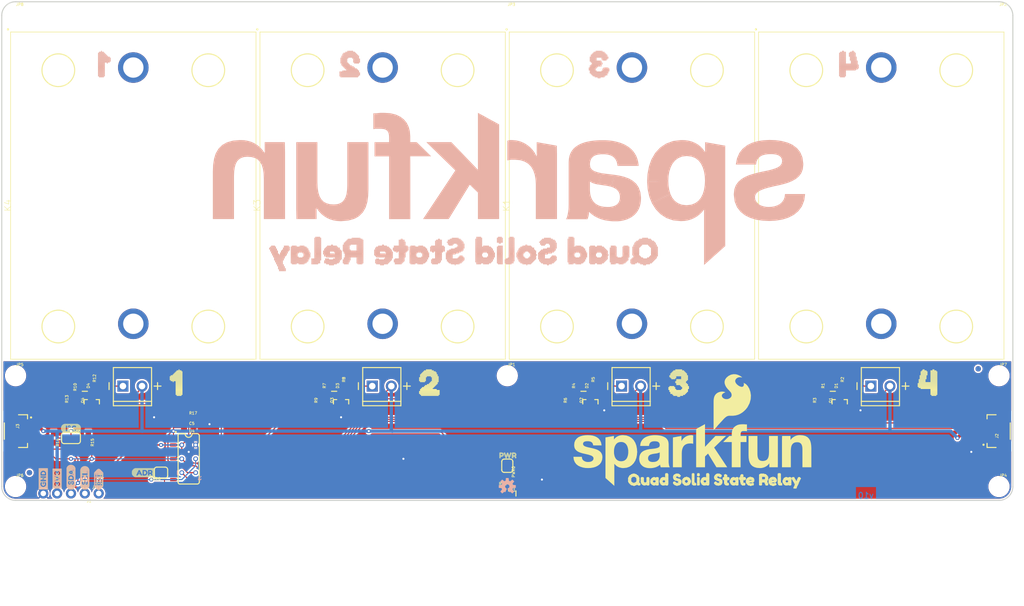
<source format=kicad_pcb>
(kicad_pcb (version 20211014) (generator pcbnew)
  (layers (0 "F.Cu" signal) (31 "B.Cu" signal) (34 "B.Paste" user) (35 "F.Paste" user) (36 "B.SilkS" user "B.Silkscreen") (37 "F.SilkS" user "F.Silkscreen") (38 "B.Mask" user) (39 "F.Mask" user) (44 "Edge.Cuts" user))
  (net 0 "")
  (net 1 "GND")
  (net 2 "SDA/MOSI")
  (net 3 "SCL/SCK")
  (net 4 "3.3V")
  (net 5 "~{RESET}")
  (net 6 "N$13")
  (net 7 "MISO")
  (net 8 "RELAY_CTRL1")
  (net 9 "RELAY_CTRL2")
  (net 10 "RELAY_CTRL3")
  (net 11 "RELAY_CTRL4")
  (net 12 "ADDR_JUMP")
  (net 13 "N$14")
  (net 14 "N$2")
  (net 15 "OPTO_1")
  (net 16 "N$10")
  (net 17 "N$7")
  (net 18 "N$1")
  (net 19 "OPTO_2")
  (net 20 "N$3")
  (net 21 "N$4")
  (net 22 "N$5")
  (net 23 "OPTO_3")
  (net 24 "N$6")
  (net 25 "N$8")
  (net 26 "N$9")
  (net 27 "OPTO_4")
  (net 28 "N$11")
  (net 29 "N$12")
  (net 30 "N$15")
  (net 31 "N$16")
  (footprint "boardEagle:STAND-OFF" (layer "F.Cu") (at 58.3311 127.8636)
    (fp_text reference "JP5" (at 0 -2.032) (layer "F.SilkS") (effects (font (size 0.512064 0.512064) (thickness 0.097536)) (justify left)))
    (fp_text value "STAND-OFF")
    (pad "" np_thru_hole circle (at 0 0) (size 3.302 3.302) (drill 3.302) (layers *.Cu *.Mask))
  )
  (footprint "boardEagle:!RST_I" (layer "F.Cu") (at 73.5711 149.0726 90)
    (fp_text reference "U$24" hide)
    (fp_text value "" hide)
  )
  (footprint "boardEagle:1X01_NO_SILK" (layer "F.Cu") (at 73.5711 149.4536)
    (fp_text reference "J4" (at -1.27 -1.143) (layer "F.SilkS") (effects (font (size 0.512064 0.512064) (thickness 0.097536)) (justify left)))
    (fp_text value "")
    (pad "1" thru_hole circle (at 0 0 90) (size 1.8796 1.8796) (drill 1.016) (layers *.Cu *.Mask) (net 5 "~{RESET}"))
  )
  (footprint "boardEagle:QUAD_SOLID_STATE_RELAY0" (layer "F.Cu") (at 168.8211 146.9136)
    (fp_text reference "U$3" hide)
    (fp_text value "" hide)
  )
  (footprint "boardEagle:STAND-OFF" (layer "F.Cu") (at 58.3311 61.8236)
    (fp_text reference "JP8" (at 0 -2.032) (layer "F.SilkS") (effects (font (size 0.512064 0.512064) (thickness 0.097536)) (justify left)))
    (fp_text value "STAND-OFF")
    (pad "" np_thru_hole circle (at 0 0) (size 3.302 3.302) (drill 3.302) (layers *.Cu *.Mask))
  )
  (footprint "boardEagle:0603" (layer "F.Cu") (at 90.0811 135.4836)
    (fp_text reference "R17" (at 0 -0.762) (layer "F.SilkS") (effects (font (size 0.512064 0.512064) (thickness 0.097536)) (justify left)))
    (fp_text value "4.7k")
    (pad "1" smd rect (at -0.85 0) (size 1.1 1) (layers "F.Cu" "F.Paste" "F.Mask") (net 4 "3.3V"))
    (pad "2" smd rect (at 0.85 0) (size 1.1 1) (layers "F.Cu" "F.Paste" "F.Mask") (net 5 "~{RESET}"))
  )
  (footprint "boardEagle:SDA_IO" (layer "F.Cu") (at 68.4911 148.8186 90)
    (fp_text reference "U$20" hide)
    (fp_text value "" hide)
  )
  (footprint "boardEagle:1X04_NO_SILK" (layer "F.Cu") (at 71.0311 149.4536 180)
    (fp_text reference "J1" (at -1.27 -1.397) (layer "F.SilkS") (effects (font (size 0.512064 0.512064) (thickness 0.097536)) (justify right)))
    (fp_text value "")
    (pad "1" thru_hole circle (at 0 0 270) (size 1.8796 1.8796) (drill 1.016) (layers *.Cu *.Mask) (net 3 "SCL/SCK"))
    (pad "2" thru_hole circle (at 2.54 0 270) (size 1.8796 1.8796) (drill 1.016) (layers *.Cu *.Mask) (net 2 "SDA/MOSI"))
    (pad "3" thru_hole circle (at 5.08 0 270) (size 1.8796 1.8796) (drill 1.016) (layers *.Cu *.Mask) (net 4 "3.3V"))
    (pad "4" thru_hole circle (at 7.62 0 270) (size 1.8796 1.8796) (drill 1.016) (layers *.Cu *.Mask) (net 1 "GND"))
  )
  (footprint "boardEagle:0603" (layer "F.Cu") (at 90.0811 137.3886)
    (fp_text reference "C5" (at 0 -0.762) (layer "F.SilkS") (effects (font (size 0.512064 0.512064) (thickness 0.097536)) (justify left)))
    (fp_text value "0.1uF")
    (pad "1" smd rect (at -0.85 0) (size 1.1 1) (layers "F.Cu" "F.Paste" "F.Mask") (net 4 "3.3V"))
    (pad "2" smd rect (at 0.85 0) (size 1.1 1) (layers "F.Cu" "F.Paste" "F.Mask") (net 1 "GND"))
  )
  (footprint "boardEagle:0603" (layer "F.Cu") (at 114.2111 129.1336 -90)
    (fp_text reference "R7" (at 0 -0.762 90) (layer "F.SilkS") (effects (font (size 0.512064 0.512064) (thickness 0.097536)) (justify right)))
    (fp_text value "1k")
    (pad "1" smd rect (at -0.85 0 270) (size 1.1 1) (layers "F.Cu" "F.Paste" "F.Mask") (net 25 "N$8"))
    (pad "2" smd rect (at 0.85 0 270) (size 1.1 1) (layers "F.Cu" "F.Paste" "F.Mask") (net 4 "3.3V"))
  )
  (footprint "boardEagle:JST04_1MM_RA" (layer "F.Cu") (at 60.8711 138.0236 -90)
    (fp_text reference "J3" (at -1.397 2.159 90) (layer "F.SilkS") (effects (font (size 0.512064 0.512064) (thickness 0.097536)) (justify right)))
    (fp_text value "Qwiic Right Angle")
    (pad "1" smd rect (at -1.5 0 270) (size 0.6 1.35) (layers "F.Cu" "F.Paste" "F.Mask") (net 1 "GND"))
    (pad "2" smd rect (at -0.5 0 270) (size 0.6 1.35) (layers "F.Cu" "F.Paste" "F.Mask") (net 4 "3.3V"))
    (pad "3" smd rect (at 0.5 0 270) (size 0.6 1.35) (layers "F.Cu" "F.Paste" "F.Mask") (net 2 "SDA/MOSI"))
    (pad "4" smd rect (at 1.5 0 270) (size 0.6 1.35) (layers "F.Cu" "F.Paste" "F.Mask") (net 3 "SCL/SCK"))
    (pad "NC1" smd rect (at 2.8 3.675 270) (size 1.2 2) (layers "F.Cu" "F.Paste" "F.Mask"))
    (pad "NC2" smd rect (at -2.8 3.675 270) (size 1.2 2) (layers "F.Cu" "F.Paste" "F.Mask"))
  )
  (footprint "boardEagle:STAND-OFF" (layer "F.Cu") (at 238.6711 148.1836)
    (fp_text reference "JP4" (at 0 -2.032) (layer "F.SilkS") (effects (font (size 0.512064 0.512064) (thickness 0.097536)) (justify left)))
    (fp_text value "STAND-OFF")
    (pad "" np_thru_hole circle (at 0 0) (size 3.302 3.302) (drill 3.302) (layers *.Cu *.Mask))
  )
  (footprint "boardEagle:0603" (layer "F.Cu") (at 148.5011 146.9136 180)
    (fp_text reference "R11" (at 0 -0.762) (layer "F.SilkS") (effects (font (size 0.512064 0.512064) (thickness 0.097536)) (justify right)))
    (fp_text value "1k")
    (pad "1" smd rect (at -0.85 0 180) (size 1.1 1) (layers "F.Cu" "F.Paste" "F.Mask") (net 6 "N$13"))
    (pad "2" smd rect (at 0.85 0 180) (size 1.1 1) (layers "F.Cu" "F.Paste" "F.Mask") (net 13 "N$14"))
  )
  (footprint "boardEagle:SSR-40DA-H" (layer "F.Cu") (at 125.6411 94.8436 90)
    (fp_text reference "K3" (at -3 -23 90) (layer "F.SilkS") (effects (font (size 1.176528 1.176528) (thickness 0.093472)) (justify left)))
    (fp_text value "Solid State Relay - 40A")
    (pad "3" thru_hole circle (at -34.925 1.595) (size 2.032 2.032) (drill 1.2) (layers *.Cu *.Mask) (net 4 "3.3V"))
    (pad "4" thru_hole rect (at -34.925 -1.905) (size 2.032 2.032) (drill 1.2) (layers *.Cu *.Mask) (net 24 "N$6"))
    (pad "H1" thru_hole circle (at -23.5 0 90) (size 5.6 5.6) (drill 3.73) (layers *.Cu *.Mask))
    (pad "H2" thru_hole circle (at 23.49 0 90) (size 5.6 5.6) (drill 3.73) (layers *.Cu *.Mask))
  )
  (footprint "boardEagle:STAND-OFF" (layer "F.Cu") (at 148.5011 127.8636)
    (fp_text reference "JP1" (at 0 -2.032) (layer "F.SilkS") (effects (font (size 0.512064 0.512064) (thickness 0.097536)) (justify left)))
    (fp_text value "STAND-OFF")
    (pad "" np_thru_hole circle (at 0 0) (size 3.302 3.302) (drill 3.302) (layers *.Cu *.Mask))
  )
  (footprint "boardEagle:SSR-40DA-H" (layer "F.Cu") (at 171.3611 94.8436 90)
    (fp_text reference "K1" (at -3 -23 90) (layer "F.SilkS") (effects (font (size 1.176528 1.176528) (thickness 0.093472)) (justify left)))
    (fp_text value "Solid State Relay - 40A")
    (pad "3" thru_hole circle (at -34.925 1.595) (size 2.032 2.032) (drill 1.2) (layers *.Cu *.Mask) (net 4 "3.3V"))
    (pad "4" thru_hole rect (at -34.925 -1.905) (size 2.032 2.032) (drill 1.2) (layers *.Cu *.Mask) (net 20 "N$3"))
    (pad "H1" thru_hole circle (at -23.5 0 90) (size 5.6 5.6) (drill 3.73) (layers *.Cu *.Mask))
    (pad "H2" thru_hole circle (at 23.49 0 90) (size 5.6 5.6) (drill 3.73) (layers *.Cu *.Mask))
  )
  (footprint "boardEagle:0603" (layer "F.Cu") (at 73.5711 129.1336 90)
    (fp_text reference "R12" (at 0 -0.762 90) (layer "F.SilkS") (effects (font (size 0.512064 0.512064) (thickness 0.097536)) (justify left)))
    (fp_text value "47")
    (pad "1" smd rect (at -0.85 0 90) (size 1.1 1) (layers "F.Cu" "F.Paste" "F.Mask") (net 26 "N$9"))
    (pad "2" smd rect (at 0.85 0 90) (size 1.1 1) (layers "F.Cu" "F.Paste" "F.Mask") (net 28 "N$11"))
  )
  (footprint "boardEagle:0603" (layer "F.Cu") (at 210.7311 129.1336 90)
    (fp_text reference "R2" (at 0 -0.762 90) (layer "F.SilkS") (effects (font (size 0.512064 0.512064) (thickness 0.097536)) (justify left)))
    (fp_text value "47")
    (pad "1" smd rect (at -0.85 0 90) (size 1.1 1) (layers "F.Cu" "F.Paste" "F.Mask") (net 14 "N$2"))
    (pad "2" smd rect (at 0.85 0 90) (size 1.1 1) (layers "F.Cu" "F.Paste" "F.Mask") (net 16 "N$10"))
  )
  (footprint "boardEagle:SFE_LOGO_NAME_FLAME_.4" (layer "F.Cu") (at 159.9311 148.1836)
    (fp_text reference "U$1" hide)
    (fp_text value "" hide)
  )
  (footprint "boardEagle:LED-0603" (layer "F.Cu") (at 148.5011 149.4536)
    (fp_text reference "D11" (at 0 -0.635) (layer "F.SilkS") (effects (font (size 0.512064 0.512064) (thickness 0.097536)) (justify left)))
    (fp_text value "RED")
    (pad "A" smd roundrect (at -0.877 0 270) (size 1 1) (layers "F.Cu" "F.Paste" "F.Mask") (roundrect_rratio 0.15) (net 4 "3.3V"))
    (pad "C" smd roundrect (at 0.877 0 270) (size 1 1) (layers "F.Cu" "F.Paste" "F.Mask") (roundrect_rratio 0.15) (net 6 "N$13"))
  )
  (footprint "boardEagle:44" (layer "F.Cu") (at 219.6211 129.1336)
    (fp_text reference "U$8" hide)
    (fp_text value "" hide)
  )
  (footprint "boardEagle:0603" (layer "F.Cu") (at 119.2911 129.1336 90)
    (fp_text reference "R8" (at 0 -0.762 90) (layer "F.SilkS") (effects (font (size 0.512064 0.512064) (thickness 0.097536)) (justify left)))
    (fp_text value "47")
    (pad "1" smd rect (at -0.85 0 90) (size 1.1 1) (layers "F.Cu" "F.Paste" "F.Mask") (net 22 "N$5"))
    (pad "2" smd rect (at 0.85 0 90) (size 1.1 1) (layers "F.Cu" "F.Paste" "F.Mask") (net 24 "N$6"))
  )
  (footprint "boardEagle:0603" (layer "F.Cu") (at 159.9311 129.1336 -90)
    (fp_text reference "R4" (at 0 -0.762 90) (layer "F.SilkS") (effects (font (size 0.512064 0.512064) (thickness 0.097536)) (justify right)))
    (fp_text value "1k")
    (pad "1" smd rect (at -0.85 0 270) (size 1.1 1) (layers "F.Cu" "F.Paste" "F.Mask") (net 21 "N$4"))
    (pad "2" smd rect (at 0.85 0 270) (size 1.1 1) (layers "F.Cu" "F.Paste" "F.Mask") (net 4 "3.3V"))
  )
  (footprint "boardEagle:LED-0603" (layer "F.Cu") (at 208.1911 129.1336 -90)
    (fp_text reference "D1" (at 0 -0.635 90) (layer "F.SilkS") (effects (font (size 0.512064 0.512064) (thickness 0.097536)) (justify right)))
    (fp_text value "BLUE")
    (pad "A" smd roundrect (at -0.877 0 180) (size 1 1) (layers "F.Cu" "F.Paste" "F.Mask") (roundrect_rratio 0.15) (net 17 "N$7"))
    (pad "C" smd roundrect (at 0.877 0 180) (size 1 1) (layers "F.Cu" "F.Paste" "F.Mask") (roundrect_rratio 0.15) (net 14 "N$2"))
  )
  (footprint "boardEagle:STAND-OFF" (layer "F.Cu") (at 238.6711 127.8636)
    (fp_text reference "JP7" (at 0 -2.032) (layer "F.SilkS") (effects (font (size 0.512064 0.512064) (thickness 0.097536)) (justify left)))
    (fp_text value "STAND-OFF")
    (pad "" np_thru_hole circle (at 0 0) (size 3.302 3.302) (drill 3.302) (layers *.Cu *.Mask))
  )
  (footprint "boardEagle:0603" (layer "F.Cu") (at 114.2111 132.9436 90)
    (fp_text reference "R9" (at 0 -0.762 90) (layer "F.SilkS") (effects (font (size 0.512064 0.512064) (thickness 0.097536)) (justify left)))
    (fp_text value "1k")
    (pad "1" smd rect (at -0.85 0 90) (size 1.1 1) (layers "F.Cu" "F.Paste" "F.Mask") (net 23 "OPTO_3"))
    (pad "2" smd rect (at 0.85 0 90) (size 1.1 1) (layers "F.Cu" "F.Paste" "F.Mask") (net 10 "RELAY_CTRL3"))
  )
  (footprint "boardEagle:STAND-OFF" (layer "F.Cu") (at 238.6711 61.8236)
    (fp_text reference "JP2" (at 0 -2.032) (layer "F.SilkS") (effects (font (size 0.512064 0.512064) (thickness 0.097536)) (justify left)))
    (fp_text value "STAND-OFF")
    (pad "" np_thru_hole circle (at 0 0) (size 3.302 3.302) (drill 3.302) (layers *.Cu *.Mask))
  )
  (footprint "boardEagle:STAND-OFF" (layer "F.Cu") (at 58.3311 148.1836)
    (fp_text reference "JP6" (at 0 -2.032) (layer "F.SilkS") (effects (font (size 0.512064 0.512064) (thickness 0.097536)) (justify left)))
    (fp_text value "STAND-OFF")
    (pad "" np_thru_hole circle (at 0 0) (size 3.302 3.302) (drill 3.302) (layers *.Cu *.Mask))
  )
  (footprint "boardEagle:JST04_1MM_RA" (layer "F.Cu") (at 236.1311 138.0236 90)
    (fp_text reference "J2" (at -1.397 2.159 90) (layer "F.SilkS") (effects (font (size 0.512064 0.512064) (thickness 0.097536)) (justify left)))
    (fp_text value "Qwiic Right Angle")
    (pad "1" smd rect (at -1.5 0 90) (size 0.6 1.35) (layers "F.Cu" "F.Paste" "F.Mask") (net 1 "GND"))
    (pad "2" smd rect (at -0.5 0 90) (size 0.6 1.35) (layers "F.Cu" "F.Paste" "F.Mask") (net 4 "3.3V"))
    (pad "3" smd rect (at 0.5 0 90) (size 0.6 1.35) (layers "F.Cu" "F.Paste" "F.Mask") (net 2 "SDA/MOSI"))
    (pad "4" smd rect (at 1.5 0 90) (size 0.6 1.35) (layers "F.Cu" "F.Paste" "F.Mask") (net 3 "SCL/SCK"))
    (pad "NC1" smd rect (at 2.8 3.675 90) (size 1.2 2) (layers "F.Cu" "F.Paste" "F.Mask"))
    (pad "NC2" smd rect (at -2.8 3.675 90) (size 1.2 2) (layers "F.Cu" "F.Paste" "F.Mask"))
  )
  (footprint "boardEagle:SMT-JUMPER_3_2-NC_TRACE_SILK" (layer "F.Cu") (at 68.4911 139.2936)
    (fp_text reference "I2C0" (at 0 -1.143) (layer "F.SilkS") (effects (font (size 0.512064 0.512064) (thickness 0.097536)) (justify left)))
    (fp_text value "JUMPER-SMT_3_2-NC_TRACE_SILK")
    (fp_poly (pts (xy 0.7112 0.13335) (xy -0.7112 0.13335) (xy -0.7112 -0.13335) (xy 0.7112 -0.13335)) (layer "F.Cu") (width 0) (fill solid))
    (pad "1" smd rect (at -1.0414 0) (size 0.6604 1.27) (layers "F.Cu" "F.Mask") (net 31 "N$16"))
    (pad "2" smd rect (at 0 0) (size 0.6604 1.27) (layers "F.Cu" "F.Mask") (net 4 "3.3V"))
    (pad "3" smd rect (at 1.0414 0) (size 0.6604 1.27) (layers "F.Cu" "F.Mask") (net 30 "N$15"))
  )
  (footprint "boardEagle:0603" (layer "F.Cu") (at 205.6511 129.1336 -90)
    (fp_text reference "R1" (at 0 -0.762 90) (layer "F.SilkS") (effects (font (size 0.512064 0.512064) (thickness 0.097536)) (justify right)))
    (fp_text value "1k")
    (pad "1" smd rect (at -0.85 0 270) (size 1.1 1) (layers "F.Cu" "F.Paste" "F.Mask") (net 17 "N$7"))
    (pad "2" smd rect (at 0.85 0 270) (size 1.1 1) (layers "F.Cu" "F.Paste" "F.Mask") (net 4 "3.3V"))
  )
  (footprint "boardEagle:LED-0603" (layer "F.Cu") (at 71.0311 129.1336 -90)
    (fp_text reference "D4" (at 0 -0.635 90) (layer "F.SilkS") (effects (font (size 0.512064 0.512064) (thickness 0.097536)) (justify right)))
    (fp_text value "BLUE")
    (pad "A" smd roundrect (at -0.877 0 180) (size 1 1) (layers "F.Cu" "F.Paste" "F.Mask") (roundrect_rratio 0.15) (net 29 "N$12"))
    (pad "C" smd roundrect (at 0.877 0 180) (size 1 1) (layers "F.Cu" "F.Paste" "F.Mask") (roundrect_rratio 0.15) (net 26 "N$9"))
  )
  (footprint "boardEagle:0603" (layer "F.Cu") (at 68.4911 132.9436 90)
    (fp_text reference "R13" (at 0 -0.762 90) (layer "F.SilkS") (effects (font (size 0.512064 0.512064) (thickness 0.097536)) (justify left)))
    (fp_text value "1k")
    (pad "1" smd rect (at -0.85 0 90) (size 1.1 1) (layers "F.Cu" "F.Paste" "F.Mask") (net 27 "OPTO_4"))
    (pad "2" smd rect (at 0.85 0 90) (size 1.1 1) (layers "F.Cu" "F.Paste" "F.Mask") (net 11 "RELAY_CTRL4"))
  )
  (footprint "boardEagle:22" (layer "F.Cu") (at 128.1811 129.1336)
    (fp_text reference "U$6" hide)
    (fp_text value "" hide)
  )
  (footprint "boardEagle:11" (layer "F.Cu") (at 82.4611 129.1336)
    (fp_text reference "U$5" hide)
    (fp_text value "" hide)
  )
  (footprint "boardEagle:SO14" (layer "F.Cu") (at 90.0811 143.1036 -90)
    (fp_text reference "U4" (at -5.08 0) (layer "F.SilkS") (effects (font (size 0.512064 0.512064) (thickness 0.097536)) (justify left)))
    (fp_text value "ATTINY84-ARDUINO")
    (pad "1" smd rect (at -3.81 2.8 270) (size 0.6 1.2) (layers "F.Cu" "F.Paste" "F.Mask") (net 4 "3.3V"))
    (pad "2" smd rect (at -2.54 2.8 270) (size 0.6 1.2) (layers "F.Cu" "F.Paste" "F.Mask"))
    (pad "3" smd rect (at -1.27 2.8 270) (size 0.6 1.2) (layers "F.Cu" "F.Paste" "F.Mask"))
    (pad "4" smd rect (at 0 2.8 270) (size 0.6 1.2) (layers "F.Cu" "F.Paste" "F.Mask") (net 5 "~{RESET}"))
    (pad "5" smd rect (at 1.27 2.8 270) (size 0.6 1.2) (layers "F.Cu" "F.Paste" "F.Mask"))
    (pad "6" smd rect (at 2.54 2.8 270) (size 0.6 1.2) (layers "F.Cu" "F.Paste" "F.Mask") (net 12 "ADDR_JUMP"))
    (pad "7" smd rect (at 3.81 2.8 270) (size 0.6 1.2) (layers "F.Cu" "F.Paste" "F.Mask") (net 2 "SDA/MOSI"))
    (pad "8" smd rect (at 3.81 -2.8 270) (size 0.6 1.2) (layers "F.Cu" "F.Paste" "F.Mask") (net 7 "MISO"))
    (pad "9" smd rect (at 2.54 -2.8 270) (size 0.6 1.2) (layers "F.Cu" "F.Paste" "F.Mask") (net 3 "SCL/SCK"))
    (pad "10" smd rect (at 1.27 -2.8 270) (size 0.6 1.2) (layers "F.Cu" "F.Paste" "F.Mask") (net 8 "RELAY_CTRL1"))
    (pad "11" smd rect (at 0 -2.8 270) (size 0.6 1.2) (layers "F.Cu" "F.Paste" "F.Mask") (net 9 "RELAY_CTRL2"))
    (pad "12" smd rect (at -1.27 -2.8 270) (size 0.6 1.2) (layers "F.Cu" "F.Paste" "F.Mask") (net 10 "RELAY_CTRL3"))
    (pad "13" smd rect (at -2.54 -2.8 270) (size 0.6 1.2) (layers "F.Cu" "F.Paste" "F.Mask") (net 11 "RELAY_CTRL4"))
    (pad "14" smd rect (at -3.81 -2.8 270) (size 0.6 1.2) (layers "F.Cu" "F.Paste" "F.Mask") (net 1 "GND"))
  )
  (footprint "boardEagle:PWR_TO" (layer "F.Cu") (at 146.0881 142.4686)
    (fp_text reference "U$22" hide)
    (fp_text value "" hide)
  )
  (footprint "boardEagle:SSR-40DA-H" (layer "F.Cu") (at 79.9211 94.8436 90)
    (fp_text reference "K4" (at -3 -23 90) (layer "F.SilkS") (effects (font (size 1.176528 1.176528) (thickness 0.093472)) (justify left)))
    (fp_text value "Solid State Relay - 40A")
    (pad "3" thru_hole circle (at -34.925 1.595) (size 2.032 2.032) (drill 1.2) (layers *.Cu *.Mask) (net 4 "3.3V"))
    (pad "4" thru_hole rect (at -34.925 -1.905) (size 2.032 2.032) (drill 1.2) (layers *.Cu *.Mask) (net 28 "N$11"))
    (pad "H1" thru_hole circle (at -23.5 0 90) (size 5.6 5.6) (drill 3.73) (layers *.Cu *.Mask))
    (pad "H2" thru_hole circle (at 23.49 0 90) (size 5.6 5.6) (drill 3.73) (layers *.Cu *.Mask))
  )
  (footprint "boardEagle:SMT-JUMPER_2_NC_TRACE_SILK" (layer "F.Cu") (at 148.5011 144.3736 -90)
    (fp_text reference "PWR0" (at 0 -1.143 90) (layer "F.SilkS") (effects (font (size 0.512064 0.512064) (thickness 0.097536)) (justify right)))
    (fp_text value "JUMPER-SMT_2_NC_TRACE_SILK")
    (fp_poly (pts (xy 0.1905 0.13335) (xy -0.70485 0.13335) (xy -0.70485 -0.13335) (xy 0.1905 -0.13335)) (layer "F.Cu") (width 0) (fill solid))
    (pad "1" smd rect (at -0.5207 0 270) (size 0.6604 1.27) (layers "F.Cu" "F.Mask") (net 1 "GND"))
    (pad "2" smd rect (at 0.5207 0 270) (size 0.6604 1.27) (layers "F.Cu" "F.Mask") (net 13 "N$14"))
  )
  (footprint "boardEagle:STAND-OFF" (layer "F.Cu") (at 148.5011 61.8236)
    (fp_text reference "JP3" (at 0 -2.032) (layer "F.SilkS") (effects (font (size 0.512064 0.512064) (thickness 0.097536)) (justify left)))
    (fp_text value "STAND-OFF")
    (pad "" np_thru_hole circle (at 0 0) (size 3.302 3.302) (drill 3.302) (layers *.Cu *.Mask))
  )
  (footprint "boardEagle:FIDUCIAL-1X2" (layer "F.Cu") (at 234.8611 126.5936)
    (fp_text reference "FD1" hide)
    (fp_text value "FIDUCIAL1X2" hide)
    (pad "1" smd roundrect (at 0 0) (size 1 1) (layers "F.Cu" "F.Mask") (roundrect_rratio 0.5))
  )
  (footprint "boardEagle:LED-0603" (layer "F.Cu") (at 162.4711 129.1336 -90)
    (fp_text reference "D2" (at 0 -0.635 90) (layer "F.SilkS") (effects (font (size 0.512064 0.512064) (thickness 0.097536)) (justify right)))
    (fp_text value "BLUE")
    (pad "A" smd roundrect (at -0.877 0 180) (size 1 1) (layers "F.Cu" "F.Paste" "F.Mask") (roundrect_rratio 0.15) (net 21 "N$4"))
    (pad "C" smd roundrect (at 0.877 0 180) (size 1 1) (layers "F.Cu" "F.Paste" "F.Mask") (roundrect_rratio 0.15) (net 18 "N$1"))
  )
  (footprint "boardEagle:SMT-JUMPER_2_NC_TRACE_SILK" (layer "F.Cu") (at 85.0011 145.6436 180)
    (fp_text reference "ADR0" (at 0 -1.143) (layer "F.SilkS") (effects (font (size 0.512064 0.512064) (thickness 0.097536)) (justify right)))
    (fp_text value "JUMPER-SMT_2_NC_TRACE_SILK")
    (fp_poly (pts (xy 0.1905 0.13335) (xy -0.70485 0.13335) (xy -0.70485 -0.13335) (xy 0.1905 -0.13335)) (layer "F.Cu") (width 0) (fill solid))
    (pad "1" smd rect (at -0.5207 0 180) (size 0.6604 1.27) (layers "F.Cu" "F.Mask") (net 12 "ADDR_JUMP"))
    (pad "2" smd rect (at 0.5207 0 180) (size 0.6604 1.27) (layers "F.Cu" "F.Mask") (net 1 "GND"))
  )
  (footprint "boardEagle:ADR3" (layer "F.Cu") (at 79.5401 145.6436)
    (fp_text reference "U$23" hide)
    (fp_text value "" hide)
  )
  (footprint "boardEagle:33" (layer "F.Cu") (at 173.9011 129.1336)
    (fp_text reference "U$7" hide)
    (fp_text value "" hide)
  )
  (footprint "boardEagle:GND_P" (layer "F.Cu") (at 63.4111 149.1996 90)
    (fp_text reference "U$13" hide)
    (fp_text value "" hide)
  )
  (footprint "boardEagle:SOT23-3" (layer "F.Cu") (at 118.0211 132.9436)
    (fp_text reference "Q3" (at -1.651 0 90) (layer "F.SilkS") (effects (font (size 0.512064 0.512064) (thickness 0.097536)) (justify left)))
    (fp_text value "600mA/40V")
    (pad "1" smd rect (at -0.95 1) (size 0.8 0.9) (layers "F.Cu" "F.Paste" "F.Mask") (net 23 "OPTO_3"))
    (pad "2" smd rect (at 0.95 1) (size 0.8 0.9) (layers "F.Cu" "F.Paste" "F.Mask") (net 1 "GND"))
    (pad "3" smd rect (at 0 -1.1) (size 0.8 0.9) (layers "F.Cu" "F.Paste" "F.Mask") (net 22 "N$5"))
  )
  (footprint "boardEagle:SOT23-3" (layer "F.Cu") (at 163.7411 132.9436)
    (fp_text reference "Q2" (at -1.651 0 90) (layer "F.SilkS") (effects (font (size 0.512064 0.512064) (thickness 0.097536)) (justify left)))
    (fp_text value "600mA/40V")
    (pad "1" smd rect (at -0.95 1) (size 0.8 0.9) (layers "F.Cu" "F.Paste" "F.Mask") (net 19 "OPTO_2"))
    (pad "2" smd rect (at 0.95 1) (size 0.8 0.9) (layers "F.Cu" "F.Paste" "F.Mask") (net 1 "GND"))
    (pad "3" smd rect (at 0 -1.1) (size 0.8 0.9) (layers "F.Cu" "F.Paste" "F.Mask") (net 18 "N$1"))
  )
  (footprint "boardEagle:I2C" (layer "F.Cu") (at 66.5861 137.5156)
    (fp_text reference "U$15" hide)
    (fp_text value "" hide)
  )
  (footprint "boardEagle:0603" (layer "F.Cu") (at 205.6511 132.9436 90)
    (fp_text reference "R3" (at 0 -0.762 90) (layer "F.SilkS") (effects (font (size 0.512064 0.512064) (thickness 0.097536)) (justify left)))
    (fp_text value "1k")
    (pad "1" smd rect (at -0.85 0 90) (size 1.1 1) (layers "F.Cu" "F.Paste" "F.Mask") (net 15 "OPTO_1"))
    (pad "2" smd rect (at 0.85 0 90) (size 1.1 1) (layers "F.Cu" "F.Paste" "F.Mask") (net 8 "RELAY_CTRL1"))
  )
  (footprint "boardEagle:0603" (layer "F.Cu") (at 65.3161 139.2936 -90)
    (fp_text reference "R14" (at 0 -0.762 90) (layer "F.SilkS") (effects (font (size 0.512064 0.512064) (thickness 0.097536)) (justify right)))
    (fp_text value "4.7k")
    (pad "1" smd rect (at -0.85 0 270) (size 1.1 1) (layers "F.Cu" "F.Paste" "F.Mask") (net 31 "N$16"))
    (pad "2" smd rect (at 0.85 0 270) (size 1.1 1) (layers "F.Cu" "F.Paste" "F.Mask") (net 2 "SDA/MOSI"))
  )
  (footprint "boardEagle:0603" (layer "F.Cu") (at 71.6661 139.2936 -90)
    (fp_text reference "R15" (at 0 -0.762 90) (layer "F.SilkS") (effects (font (size 0.512064 0.512064) (thickness 0.097536)) (justify right)))
    (fp_text value "4.7k")
    (pad "1" smd rect (at -0.85 0 270) (size 1.1 1) (layers "F.Cu" "F.Paste" "F.Mask") (net 30 "N$15"))
    (pad "2" smd rect (at 0.85 0 270) (size 1.1 1) (layers "F.Cu" "F.Paste" "F.Mask") (net 3 "SCL/SCK"))
  )
  (footprint "boardEagle:LED-0603" (layer "F.Cu") (at 116.7511 129.1336 -90)
    (fp_text reference "D3" (at 0 -0.635 90) (layer "F.SilkS") (effects (font (size 0.512064 0.512064) (thickness 0.097536)) (justify right)))
    (fp_text value "BLUE")
    (pad "A" smd roundrect (at -0.877 0 180) (size 1 1) (layers "F.Cu" "F.Paste" "F.Mask") (roundrect_rratio 0.15) (net 25 "N$8"))
    (pad "C" smd roundrect (at 0.877 0 180) (size 1 1) (layers "F.Cu" "F.Paste" "F.Mask") (roundrect_rratio 0.15) (net 22 "N$5"))
  )
  (footprint "boardEagle:SCL_IO" (layer "F.Cu") (at 71.0311 148.8186 90)
    (fp_text reference "U$18" hide)
    (fp_text value "" hide)
  )
  (footprint "boardEagle:SOT23-3" (layer "F.Cu") (at 72.3011 132.9436)
    (fp_text reference "Q4" (at -1.651 0 90) (layer "F.SilkS") (effects (font (size 0.512064 0.512064) (thickness 0.097536)) (justify left)))
    (fp_text value "600mA/40V")
    (pad "1" smd rect (at -0.95 1) (size 0.8 0.9) (layers "F.Cu" "F.Paste" "F.Mask") (net 27 "OPTO_4"))
    (pad "2" smd rect (at 0.95 1) (size 0.8 0.9) (layers "F.Cu" "F.Paste" "F.Mask") (net 1 "GND"))
    (pad "3" smd rect (at 0 -1.1) (size 0.8 0.9) (layers "F.Cu" "F.Paste" "F.Mask") (net 26 "N$9"))
  )
  (footprint "boardEagle:SSR-40DA-H" (layer "F.Cu") (at 217.0811 94.8436 90)
    (fp_text reference "K2" (at -3 -23 90) (layer "F.SilkS") (effects (font (size 1.176528 1.176528) (thickness 0.093472)) (justify left)))
    (fp_text value "Solid State Relay - 40A")
    (pad "3" thru_hole circle (at -34.925 1.595) (size 2.032 2.032) (drill 1.2) (layers *.Cu *.Mask) (net 4 "3.3V"))
    (pad "4" thru_hole rect (at -34.925 -1.905) (size 2.032 2.032) (drill 1.2) (layers *.Cu *.Mask) (net 16 "N$10"))
    (pad "H1" thru_hole circle (at -23.5 0 90) (size 5.6 5.6) (drill 3.73) (layers *.Cu *.Mask))
    (pad "H2" thru_hole circle (at 23.49 0 90) (size 5.6 5.6) (drill 3.73) (layers *.Cu *.Mask))
  )
  (footprint "boardEagle:FIDUCIAL-1X2" (layer "F.Cu") (at 60.8711 145.6436)
    (fp_text reference "FD4" hide)
    (fp_text value "FIDUCIAL1X2" hide)
    (pad "1" smd roundrect (at 0 0) (size 1 1) (layers "F.Cu" "F.Mask") (roundrect_rratio 0.5))
  )
  (footprint "boardEagle:CREATIVE_COMMONS" (layer "F.Cu") (at 123.1011 169.7736)
    (fp_text reference "FRAME1" hide)
    (fp_text value "FRAME-LETTER" hide)
  )
  (footprint "boardEagle:QUAD_SOLID_STATE_RELAY0" (layer "F.Cu") (at 168.8211 146.9136)
    (fp_text reference "U$4" hide)
    (fp_text value "" hide)
  )
  (footprint "boardEagle:0603" (layer "F.Cu") (at 159.9311 132.9436 90)
    (fp_text reference "R6" (at 0 -0.762 90) (layer "F.SilkS") (effects (font (size 0.512064 0.512064) (thickness 0.097536)) (justify left)))
    (fp_text value "1k")
    (pad "1" smd rect (at -0.85 0 90) (size 1.1 1) (layers "F.Cu" "F.Paste" "F.Mask") (net 19 "OPTO_2"))
    (pad "2" smd rect (at 0.85 0 90) (size 1.1 1) (layers "F.Cu" "F.Paste" "F.Mask") (net 9 "RELAY_CTRL2"))
  )
  (footprint "boardEagle:0603" (layer "F.Cu") (at 165.0111 129.1336 90)
    (fp_text reference "R5" (at 0 -0.762 90) (layer "F.SilkS") (effects (font (size 0.512064 0.512064) (thickness 0.097536)) (justify left)))
    (fp_text value "47")
    (pad "1" smd rect (at -0.85 0 90) (size 1.1 1) (layers "F.Cu" "F.Paste" "F.Mask") (net 18 "N$1"))
    (pad "2" smd rect (at 0.85 0 90) (size 1.1 1) (layers "F.Cu" "F.Paste" "F.Mask") (net 20 "N$3"))
  )
  (footprint "boardEagle:3V3_P" (layer "F.Cu") (at 65.9511 149.0726 90)
    (fp_text reference "U$16" hide)
    (fp_text value "" hide)
  )
  (footprint "boardEagle:0603" (layer "F.Cu") (at 68.4911 129.1336 -90)
    (fp_text reference "R10" (at 0 -0.762 90) (layer "F.SilkS") (effects (font (size 0.512064 0.512064) (thickness 0.097536)) (justify right)))
    (fp_text value "1k")
    (pad "1" smd rect (at -0.85 0 270) (size 1.1 1) (layers "F.Cu" "F.Paste" "F.Mask") (net 29 "N$12"))
    (pad "2" smd rect (at 0.85 0 270) (size 1.1 1) (layers "F.Cu" "F.Paste" "F.Mask") (net 4 "3.3V"))
  )
  (footprint "boardEagle:SOT23-3" (layer "F.Cu") (at 209.4611 132.9436)
    (fp_text reference "Q1" (at -1.651 0 90) (layer "F.SilkS") (effects (font (size 0.512064 0.512064) (thickness 0.097536)) (justify left)))
    (fp_text value "600mA/40V")
    (pad "1" smd rect (at -0.95 1) (size 0.8 0.9) (layers "F.Cu" "F.Paste" "F.Mask") (net 15 "OPTO_1"))
    (pad "2" smd rect (at 0.95 1) (size 0.8 0.9) (layers "F.Cu" "F.Paste" "F.Mask") (net 1 "GND"))
    (pad "3" smd rect (at 0 -1.1) (size 0.8 0.9) (layers "F.Cu" "F.Paste" "F.Mask") (net 14 "N$2"))
  )
  (footprint "boardEagle:!RST_I" (layer "B.Cu") (at 73.5711 149.0726 90)
    (fp_text reference "U$25" hide)
    (fp_text value "" hide)
  )
  (footprint "boardEagle:22" (layer "B.Cu") (at 125.6411 70.7136 180)
    (fp_text reference "U$10" hide)
    (fp_text value "" hide)
  )
  (footprint "boardEagle:SDA_IO" (layer "B.Cu") (at 68.4911 148.8186 90)
    (fp_text reference "U$21" hide)
    (fp_text value "" hide)
  )
  (footprint "boardEagle:FIDUCIAL-1X2" (layer "B.Cu") (at 234.8611 126.5936 180)
    (fp_text reference "FD2" hide)
    (fp_text value "FIDUCIAL1X2" hide)
    (pad "1" smd roundrect (at 0 0 180) (size 1 1) (layers "B.Cu" "B.Mask") (roundrect_rratio 0.5))
  )
  (footprint "boardEagle:GND_P" (layer "B.Cu") (at 63.4111 149.1996 90)
    (fp_text reference "U$14" hide)
    (fp_text value "" hide)
  )
  (footprint "boardEagle:FIDUCIAL-1X2" (layer "B.Cu") (at 60.8711 145.6436 180)
    (fp_text reference "FD3" hide)
    (fp_text value "FIDUCIAL1X2" hide)
    (pad "1" smd roundrect (at 0 0 180) (size 1 1) (layers "B.Cu" "B.Mask") (roundrect_rratio 0.5))
  )
  (footprint "boardEagle:2X3_TEST_POINTS" (layer "B.Cu") (at 90.0811 143.1036 90)
    (fp_text reference "J9" (at -3.048 2.032 90) (layer "B.SilkS") (effects (font (size 0.512064 0.512064) (thickness 0.097536)) (justify left mirror)))
    (fp_text value "AVR_SPI_PROG_3X2TESTPOINTS")
    (pad "1" thru_hole circle (at -2.54 -1.27 90) (size 0.8636 0.8636) (drill 0.508) (layers *.Cu) (net 7 "MISO"))
    (pad "2" thru_hole circle (at -2.54 1.27 90) (size 0.8636 0.8636) (drill 0.508) (layers *.Cu) (net 4 "3.3V"))
    (pad "3" thru_hole circle (at 0 -1.27 90) (size 0.8636 0.8636) (drill 0.508) (layers *.Cu) (net 3 "SCL/SCK"))
    (pad "4" thru_hole circle (at 0 1.27 90) (size 0.8636 0.8636) (drill 0.508) (layers *.Cu) (net 2 "SDA/MOSI"))
    (pad "5" thru_hole circle (at 2.54 -1.27 90) (size 0.8636 0.8636) (drill 0.508) (layers *.Cu) (net 5 "~{RESET}"))
    (pad "6" thru_hole circle (at 2.54 1.27 90) (size 0.8636 0.8636) (drill 0.508) (layers *.Cu) (net 1 "GND"))
  )
  (footprint "boardEagle:33" (layer "B.Cu") (at 171.3611 70.7136 180)
    (fp_text reference "U$11" hide)
    (fp_text value "" hide)
  )
  (footprint "boardEagle:OSHW-LOGO-S" (layer "B.Cu") (at 148.5011 148.1836 180)
    (fp_text reference "LOGO2" hide)
    (fp_text value "OSHW-LOGOS" hide)
  )
  (footprint "boardEagle:44" (layer "B.Cu") (at 217.0811 70.7136 180)
    (fp_text reference "U$12" hide)
    (fp_text value "" hide)
  )
  (footprint "boardEagle:11" (layer "B.Cu") (at 79.9211 70.7136 180)
    (fp_text reference "U$9" hide)
    (fp_text value "" hide)
  )
  (footprint "boardEagle:3V3_P" (layer "B.Cu") (at 65.9511 149.0726 90)
    (fp_text reference "U$17" hide)
    (fp_text value "" hide)
  )
  (footprint "boardEagle:QUAD_SOLID_STATE_RELAY0" (layer "B.Cu") (at 180.2511 105.0036 180)
    (fp_text reference "U$2" hide)
    (fp_text value "" hide)
  )
  (footprint "boardEagle:SCL_IO" (layer "B.Cu") (at 71.0311 148.8186 90)
    (fp_text reference "U$19" hide)
    (fp_text value "" hide)
  )
  (footprint "boardEagle:SFE_LOGO_NAME_1" (layer "B.Cu") (at 203.1111 107.5436 180)
    (fp_text reference "LOGO1" hide)
    (fp_text value "SFE_LOGO_NAME1_INCH" hide)
  )
  (gr_arc (start 241.2111 148.1836) (mid 240.467151 149.979651) (end 238.6711 150.7236) (layer "Edge.Cuts") (width 0.2032))
  (gr_arc (start 55.7911 61.8236) (mid 56.535049 60.027549) (end 58.3311 59.2836) (layer "Edge.Cuts") (width 0.2032))
  (gr_line (start 58.3311 150.7236) (end 238.6711 150.7236) (layer "Edge.Cuts") (width 0.2032))
  (gr_arc (start 58.3311 150.7236) (mid 56.535049 149.979651) (end 55.7911 148.1836) (layer "Edge.Cuts") (width 0.2032))
  (gr_arc (start 238.6711 59.2836) (mid 240.467151 60.027549) (end 241.2111 61.8236) (layer "Edge.Cuts") (width 0.2032))
  (gr_line (start 238.6711 59.2836) (end 58.3311 59.2836) (layer "Edge.Cuts") (width 0.2032))
  (gr_line (start 55.7911 61.8236) (end 55.7911 148.1836) (layer "Edge.Cuts") (width 0.2032))
  (gr_line (start 241.2111 148.1836) (end 241.2111 61.8236) (layer "Edge.Cuts") (width 0.2032))
  (gr_text "v10" (at 215.8111 150.4696) (layer "B.Cu") (effects (font (size 1.0795 1.0795) (thickness 0.1905)) (justify left bottom mirror)))
  (via (at 154.8511 146.9136) (size 0.7366) (drill 0.381) (layers "F.Cu" "B.Cu") (net 1))
  (via (at 213.2711 134.2136) (size 0.7366) (drill 0.381) (layers "F.Cu" "B.Cu") (net 1))
  (via (at 90.0811 141.8336) (size 0.7366) (drill 0.381) (layers "F.Cu" "B.Cu") (net 1))
  (via (at 166.2811 134.2136) (size 0.7366) (drill 0.381) (layers "F.Cu" "B.Cu") (net 1))
  (via (at 93.8911 136.7536) (size 0.7366) (drill 0.381) (layers "F.Cu" "B.Cu") (net 1))
  (via (at 233.5911 141.8336) (size 0.7366) (drill 0.381) (layers "F.Cu" "B.Cu") (net 1))
  (via (at 129.4511 143.1036) (size 0.7366) (drill 0.381) (layers "F.Cu" "B.Cu") (net 1))
  (via (at 83.7311 135.4836) (size 0.7366) (drill 0.381) (layers "F.Cu" "B.Cu") (net 1))
  (via (at 118.0211 135.4836) (size 0.7366) (drill 0.381) (layers "F.Cu" "B.Cu") (net 1))
  (segment (start 62.6411 138.5236) (end 60.8711 138.5236) (width 0.2032) (layer "F.Cu") (net 2))
  (segment (start 64.2611 140.1436) (end 62.6411 138.5236) (width 0.2032) (layer "F.Cu") (net 2))
  (segment (start 85.6361 147.5486) (end 85.6361 146.9136) (width 0.1778) (layer "F.Cu") (net 2))
  (segment (start 236.1311 137.5236) (end 177.5921 137.5236) (width 0.2032) (layer "F.Cu") (net 2))
  (segment (start 177.5921 137.5236) (end 176.3141 136.2456) (width 0.2032) (layer "F.Cu") (net 2))
  (segment (start 87.2811 146.9136) (end 85.6361 146.9136) (width 0.2032) (layer "F.Cu") (net 2))
  (segment (start 176.3141 136.2456) (end 122.7201 136.2456) (width 0.2032) (layer "F.Cu") (net 2))
  (segment (start 86.7791 148.1836) (end 86.2711 148.1836) (width 0.1778) (layer "F.Cu") (net 2))
  (segment (start 85.6361 146.9136) (end 83.2231 146.9136) (width 0.2032) (layer "F.Cu") (net 2))
  (segment (start 64.6811 141.3256) (end 64.2611 140.9056) (width 0.2032) (layer "F.Cu") (net 2))
  (segment (start 86.2711 148.1836) (end 85.6361 147.5486) (width 0.1778) (layer "F.Cu") (net 2))
  (segment (start 67.9831 141.3256) (end 64.6811 141.3256) (width 0.2032) (layer "F.Cu") (net 2))
  (segment (start 64.2611 140.9056) (end 64.2611 140.1436) (width 0.2032) (layer "F.Cu") (net 2))
  (segment (start 122.7201 136.2456) (end 110.7821 148.1836) (width 0.2032) (layer "F.Cu") (net 2))
  (segment (start 67.9831 141.3256) (end 69.7611 143.1036) (width 0.2032) (layer "F.Cu") (net 2))
  (segment (start 110.7821 148.1836) (end 86.7791 148.1836) (width 0.2032) (layer "F.Cu") (net 2))
  (segment (start 65.3161 140.1436) (end 64.2611 140.1436) (width 0.2032) (layer "F.Cu") (net 2))
  (segment (start 69.7611 143.1036) (end 69.7611 147.5486) (width 0.2032) (layer "F.Cu") (net 2))
  (via (at 83.2231 146.9136) (size 0.7366) (drill 0.381) (layers "F.Cu" "B.Cu") (net 2))
  (via (at 69.7611 147.5486) (size 0.7366) (drill 0.381) (layers "F.Cu" "B.Cu") (net 2))
  (segment (start 83.2231 146.9136) (end 70.3961 146.9136) (width 0.2032) (layer "B.Cu") (net 2))
  (segment (start 70.3961 146.9136) (end 69.7611 147.5486) (width 0.2032) (layer "B.Cu") (net 2))
  (segment (start 88.8111 146.9136) (end 83.2231 146.9136) (width 0.2032) (layer "B.Cu") (net 2))
  (segment (start 68.4911 148.8186) (end 68.4911 149.4536) (width 0.2032) (layer "B.Cu") (net 2))
  (segment (start 69.7611 147.5486) (end 68.4911 148.8186) (width 0.2032) (layer "B.Cu") (net 2))
  (segment (start 91.3511 144.3736) (end 88.8111 146.9136) (width 0.2032) (layer "B.Cu") (net 2))
  (segment (start 91.3511 143.1036) (end 91.3511 144.3736) (width 0.2032) (layer "B.Cu") (net 2))
  (segment (start 92.8811 145.6436) (end 112.748737 145.6436) (width 0.2032) (layer "F.Cu") (net 3))
  (segment (start 71.0311 144.3736) (end 71.0311 149.4536) (width 0.2032) (layer "F.Cu") (net 3))
  (segment (start 122.527737 135.8646) (end 176.471918 135.8646) (width 0.2032) (layer "F.Cu") (net 3))
  (segment (start 72.3011 143.1036) (end 71.0311 144.3736) (width 0.2032) (layer "F.Cu") (net 3))
  (segment (start 72.3011 141.8336) (end 71.6661 141.1986) (width 0.2032) (layer "F.Cu") (net 3))
  (segment (start 91.3511 144.3736) (end 90.0811 144.3736) (width 0.2032) (layer "F.Cu") (net 3))
  (segment (start 92.8811 145.6436) (end 92.6211 145.6436) (width 0.2032) (layer "F.Cu") (net 3))
  (segment (start 90.0811 144.3736) (end 88.8111 143.1036) (width 0.2032) (layer "F.Cu") (net 3))
  (segment (start 62.1171 139.5236) (end 65.6971 143.1036) (width 0.2032) (layer "F.Cu") (net 3))
  (segment (start 71.6661 141.1986) (end 71.6661 140.1436) (width 0.2032) (layer "F.Cu") (net 3))
  (segment (start 72.3011 143.1036) (end 72.3011 141.8336) (width 0.2032) (layer "F.Cu") (net 3))
  (segment (start 177.130918 136.5236) (end 236.1311 136.5236) (width 0.2032) (layer "F.Cu") (net 3))
  (segment (start 65.6971 143.1036) (end 68.4911 143.1036) (width 0.2032) (layer "F.Cu") (net 3))
  (segment (start 176.471918 135.8646) (end 177.130918 136.5236) (width 0.2032) (layer "F.Cu") (net 3))
  (segment (start 112.748737 145.6436) (end 122.527737 135.8646) (width 0.2032) (layer "F.Cu") (net 3))
  (segment (start 92.6211 145.6436) (end 91.3511 144.3736) (width 0.2032) (layer "F.Cu") (net 3))
  (segment (start 60.8711 139.5236) (end 62.1171 139.5236) (width 0.2032) (layer "F.Cu") (net 3))
  (via (at 72.3011 143.1036) (size 0.7366) (drill 0.381) (layers "F.Cu" "B.Cu") (net 3))
  (via (at 68.4911 143.1036) (size 0.7366) (drill 0.381) (layers "F.Cu" "B.Cu") (net 3))
  (segment (start 88.8111 143.1036) (end 72.3011 143.1036) (width 0.2032) (layer "B.Cu") (net 3))
  (segment (start 68.4911 143.1036) (end 72.3011 143.1036) (width 0.2032) (layer "B.Cu") (net 3))
  (segment (start 86.2711 138.7856) (end 87.0331 138.0236) (width 0.2032) (layer "F.Cu") (net 4))
  (segment (start 89.846231 145.6436) (end 87.996831 143.7942) (width 0.2032) (layer "F.Cu") (net 4))
  (segment (start 89.2311 135.4836) (end 87.5411 135.4836) (width 0.2032) (layer "F.Cu") (net 4))
  (segment (start 160.3511 129.9836) (end 161.2011 129.1336) (width 0.2032) (layer "F.Cu") (net 4))
  (segment (start 87.5411 135.4836) (end 87.2811 135.7436) (width 0.2032) (layer "F.Cu") (net 4))
  (segment (start 87.2811 137.3886) (end 87.2811 138.0236) (width 0.2032) (layer "F.Cu") (net 4))
  (segment (start 218.6761 129.8246) (end 216.7001 131.8006) (width 0.2032) (layer "F.Cu") (net 4))
  (segment (start 214.1601 131.8006) (end 216.7001 131.8006) (width 0.2032) (layer "F.Cu") (net 4))
  (segment (start 68.4911 129.9836) (end 69.3411 129.1336) (width 0.2032) (layer "F.Cu") (net 4))
  (segment (start 87.996831 143.7942) (end 86.676568 143.7942) (width 0.2032) (layer "F.Cu") (net 4))
  (segment (start 120.0531 129.1336) (end 122.5931 131.6736) (width 0.2032) (layer "F.Cu") (net 4))
  (segment (start 127.2361 129.8246) (end 125.3871 131.6736) (width 0.2032) (layer "F.Cu") (net 4))
  (segment (start 62.9111 137.5236) (end 63.4111 138.0236) (width 0.6096) (layer "F.Cu") (net 4))
  (segment (start 76.7461 131.6736) (end 79.9211 131.6736) (width 0.2032) (layer "F.Cu") (net 4))
  (segment (start 87.0331 138.0236) (end 87.2811 138.0236) (width 0.2032) (layer "F.Cu") (net 4))
  (segment (start 87.2811 135.7436) (end 87.2811 137.3886) (width 0.2032) (layer "F.Cu") (net 4))
  (segment (start 122.5931 131.6736) (end 125.3871 131.6736) (width 0.2032) (layer "F.Cu") (net 4))
  (segment (start 147.6241 149.4536) (end 136.1941 138.0236) (width 0.2032) (layer "F.Cu") (net 4))
  (segment (start 231.8211 138.5236) (end 236.1311 138.5236) (width 0.6096) (layer "F.Cu") (net 4))
  (segment (start 68.4911 139.2936) (end 68.4911 138.0236) (width 0.2032) (layer "F.Cu") (net 4))
  (segment (start 231.0511 139.2936) (end 231.8211 138.5236) (width 0.6096) (layer "F.Cu") (net 4))
  (segment (start 89.2311 137.3886) (end 87.2811 137.3886) (width 0.2032) (layer "F.Cu") (net 4))
  (segment (start 218.6761 129.7686) (end 218.6761 129.8246) (width 0.2032) (layer "F.Cu") (net 4))
  (segment (start 79.9211 131.6736) (end 81.5161 130.0786) (width 0.2032) (layer "F.Cu") (net 4))
  (segment (start 205.6511 129.9836) (end 206.5011 129.1336) (width 0.2032) (layer "F.Cu") (net 4))
  (segment (start 87.2811 138.0236) (end 87.2811 139.2936) (width 0.2032) (layer "F.Cu") (net 4))
  (segment (start 123.1011 138.0236) (end 136.1941 138.0236) (width 0.2032) (layer "F.Cu") (net 4))
  (segment (start 60.8711 137.5236) (end 62.9111 137.5236) (width 0.6096) (layer "F.Cu") (net 4))
  (segment (start 206.5011 129.1336) (end 211.4931 129.1336) (width 0.2032) (layer "F.Cu") (net 4))
  (segment (start 166.2811 129.1336) (end 168.8211 131.6736) (width 0.2032) (layer "F.Cu") (net 4))
  (segment (start 115.0611 129.1336) (end 120.0531 129.1336) (width 0.2032) (layer "F.Cu") (net 4))
  (segment (start 172.9561 129.6976) (end 170.9801 131.6736) (width 0.2032) (layer "F.Cu") (net 4))
  (segment (start 69.3411 129.1336) (end 74.2061 129.1336) (width 0.2032) (layer "F.Cu") (net 4))
  (segment (start 172.9561 129.6976) (end 172.9561 129.7686) (width 0.2032) (layer "F.Cu") (net 4))
  (segment (start 86.676568 143.7942) (end 86.2711 143.388732) (width 0.2032) (layer "F.Cu") (net 4))
  (segment (start 81.5161 130.0786) (end 81.5161 129.7686) (width 0.2032) (layer "F.Cu") (net 4))
  (segment (start 114.2111 129.9836) (end 115.0611 129.1336) (width 0.2032) (layer "F.Cu") (net 4))
  (segment (start 86.2711 143.388732) (end 86.2711 138.7856) (width 0.2032) (layer "F.Cu") (net 4))
  (segment (start 211.4931 129.1336) (end 214.1601 131.8006) (width 0.2032) (layer "F.Cu") (net 4))
  (segment (start 127.2361 129.7686) (end 127.2361 129.8246) (width 0.2032) (layer "F.Cu") (net 4))
  (segment (start 91.3511 145.6436) (end 89.846231 145.6436) (width 0.2032) (layer "F.Cu") (net 4))
  (segment (start 74.2061 129.1336) (end 76.7461 131.6736) (width 0.2032) (layer "F.Cu") (net 4))
  (segment (start 168.8211 131.6736) (end 170.9801 131.6736) (width 0.2032) (layer "F.Cu") (net 4))
  (segment (start 159.9311 129.9836) (end 160.3511 129.9836) (width 0.2032) (layer "F.Cu") (net 4))
  (segment (start 161.2011 129.1336) (end 166.2811 129.1336) (width 0.2032) (layer "F.Cu") (net 4))
  (via (at 63.4111 138.0236) (size 0.7366) (drill 0.381) (layers "F.Cu" "B.Cu") (net 4))
  (via (at 87.2811 138.0236) (size 0.7366) (drill 0.381) (layers "F.Cu" "B.Cu") (net 4))
  (via (at 231.0511 139.2936) (size 0.7366) (drill 0.381) (layers "F.Cu" "B.Cu") (net 4))
  (via (at 123.1011 138.0236) (size 0.7366) (drill 0.381) (layers "F.Cu" "B.Cu") (net 4))
  (via (at 68.4911 138.0236) (size 0.7366) (drill 0.381) (layers "F.Cu" "B.Cu") (net 4))
  (segment (start 229.7811 138.0236) (end 231.0511 139.2936) (width 0.6096) (layer "B.Cu") (net 4))
  (segment (start 127.4191 138.0236) (end 172.9561 138.0236) (width 0.6096) (layer "B.Cu") (net 4))
  (segment (start 127.2361 129.7686) (end 127.2361 137.8406) (width 0.6096) (layer "B.Cu") (net 4))
  (segment (start 81.5161 137.9676) (end 81.5721 138.0236) (width 0.6096) (layer "B.Cu") (net 4))
  (segment (start 81.5721 138.0236) (end 87.2811 138.0236) (width 0.6096) (layer "B.Cu") (net 4))
  (segment (start 63.4111 138.0236) (end 65.9511 138.0236) (width 0.6096) (layer "B.Cu") (net 4))
  (segment (start 172.9561 138.0236) (end 218.6051 138.0236) (width 0.6096) (layer "B.Cu") (net 4))
  (segment (start 218.6761 137.9526) (end 218.6051 138.0236) (width 0.6096) (layer "B.Cu") (net 4))
  (segment (start 218.6761 129.7686) (end 218.6761 137.9526) (width 0.6096) (layer "B.Cu") (net 4))
  (segment (start 172.9561 129.7686) (end 172.9561 138.0236) (width 0.6096) (layer "B.Cu") (net 4))
  (segment (start 65.9511 138.0236) (end 68.4911 138.0236) (width 0.6096) (layer "B.Cu") (net 4))
  (segment (start 65.9511 138.0236) (end 65.9511 149.4536) (width 0.6096) (layer "B.Cu") (net 4))
  (segment (start 123.1011 138.0236) (end 127.4191 138.0236) (width 0.6096) (layer "B.Cu") (net 4))
  (segment (start 123.1011 138.0236) (end 87.2811 138.0236) (width 0.6096) (layer "B.Cu") (net 4))
  (segment (start 218.6051 138.0236) (end 229.7811 138.0236) (width 0.6096) (layer "B.Cu") (net 4))
  (segment (start 81.5161 129.7686) (end 81.5161 137.9676) (width 0.6096) (layer "B.Cu") (net 4))
  (segment (start 127.2361 137.8406) (end 127.4191 138.0236) (width 0.6096) (layer "B.Cu") (net 4))
  (segment (start 68.4911 138.0236) (end 81.5721 138.0236) (width 0.6096) (layer "B.Cu") (net 4))
  (segment (start 90.0811 139.2936) (end 88.8111 140.5636) (width 0.2032) (layer "F.Cu") (net 5))
  (segment (start 87.2811 143.1036) (end 87.5411 143.1036) (width 0.2032) (layer "F.Cu") (net 5))
  (segment (start 90.9311 135.4836) (end 90.0811 136.3336) (width 0.2032) (layer "F.Cu") (net 5))
  (segment (start 79.9211 140.5636) (end 85.0011 140.5636) (width 0.254) (layer "F.Cu") (net 5))
  (segment (start 73.5711 146.9136) (end 79.9211 140.5636) (width 0.254) (layer "F.Cu") (net 5))
  (segment (start 90.0811 136.3336) (end 90.0811 139.2936) (width 0.2032) (layer "F.Cu") (net 5))
  (segment (start 88.8111 140.5636) (end 88.8111 141.8336) (width 0.2032) (layer "F.Cu") (net 5))
  (segment (start 88.8111 141.8336) (end 87.5411 143.1036) (width 0.2032) (layer "F.Cu") (net 5))
  (segment (start 73.5711 149.4536) (end 73.5711 146.9136) (width 0.254) (layer "F.Cu") (net 5))
  (via (at 85.0011 140.5636) (size 0.7366) (drill 0.381) (layers "F.Cu" "B.Cu") (net 5))
  (segment (start 85.0011 140.5636) (end 88.8111 140.5636) (width 0.254) (layer "B.Cu") (net 5))
  (segment (start 149.3781 146.9406) (end 149.3781 149.4536) (width 0.2032) (layer "F.Cu") (net 6))
  (segment (start 149.3511 146.9136) (end 149.3781 146.9406) (width 0.2032) (layer "F.Cu") (net 6))
  (segment (start 90.0811 146.9136) (end 92.8811 146.9136) (width 0.2032) (layer "F.Cu") (net 7))
  (segment (start 88.8111 145.6436) (end 90.0811 146.9136) (width 0.2032) (layer "F.Cu") (net 7))
  (segment (start 122.369918 135.4836) (end 113.479918 144.3736) (width 0.2032) (layer "F.Cu") (net 8))
  (segment (start 113.479918 144.3736) (end 92.8811 144.3736) (width 0.2032) (layer "F.Cu") (net 8))
  (segment (start 179.8311 132.0936) (end 176.4411 135.4836) (width 0.2032) (layer "F.Cu") (net 8))
  (segment (start 205.6511 132.0936) (end 179.8311 132.0936) (width 0.2032) (layer "F.Cu") (net 8))
  (segment (start 176.4411 135.4836) (end 122.369918 135.4836) (width 0.2032) (layer "F.Cu") (net 8))
  (segment (start 125.2211 132.0936) (end 159.9311 132.0936) (width 0.2032) (layer "F.Cu") (net 9))
  (segment (start 92.8811 143.1036) (end 114.2111 143.1036) (width 0.2032) (layer "F.Cu") (net 9))
  (segment (start 114.2111 143.1036) (end 125.2211 132.0936) (width 0.2032) (layer "F.Cu") (net 9))
  (segment (start 92.8811 141.8336) (end 101.5111 141.8336) (width 0.2032) (layer "F.Cu") (net 10))
  (segment (start 114.2111 132.0936) (end 111.2511 132.0936) (width 0.2032) (layer "F.Cu") (net 10))
  (segment (start 111.2511 132.0936) (end 101.5111 141.8336) (width 0.2032) (layer "F.Cu") (net 10))
  (segment (start 92.8811 140.5636) (end 94.9131 140.5636) (width 0.2032) (layer "F.Cu") (net 11))
  (segment (start 96.0561 133.9656) (end 96.0561 139.4206) (width 0.2032) (layer "F.Cu") (net 11))
  (segment (start 70.1811 132.0936) (end 70.7771 132.6896) (width 0.2032) (layer "F.Cu") (net 11))
  (segment (start 70.7771 132.6896) (end 94.7801 132.6896) (width 0.2032) (layer "F.Cu") (net 11))
  (segment (start 96.0561 139.4206) (end 94.9131 140.5636) (width 0.2032) (layer "F.Cu") (net 11))
  (segment (start 68.4911 132.0936) (end 70.1811 132.0936) (width 0.2032) (layer "F.Cu") (net 11))
  (segment (start 96.0561 133.9656) (end 94.7801 132.6896) (width 0.2032) (layer "F.Cu") (net 11))
  (segment (start 87.2811 145.6436) (end 85.5218 145.6436) (width 0.2032) (layer "F.Cu") (net 12))
  (segment (start 147.6511 146.9136) (end 147.6511 146.2396) (width 0.2032) (layer "F.Cu") (net 13))
  (segment (start 148.5011 145.3896) (end 148.5011 144.8943) (width 0.2032) (layer "F.Cu") (net 13))
  (segment (start 147.6511 146.2396) (end 148.5011 145.3896) (width 0.2032) (layer "F.Cu") (net 13))
  (segment (start 209.4611 131.8436) (end 209.4611 130.0106) (width 0.2032) (layer "F.Cu") (net 14))
  (segment (start 210.7311 129.9836) (end 210.7041 130.0106) (width 0.2032) (layer "F.Cu") (net 14))
  (segment (start 210.7041 130.0106) (end 209.4611 130.0106) (width 0.2032) (layer "F.Cu") (net 14))
  (segment (start 209.4611 130.0106) (end 208.1911 130.0106) (width 0.2032) (layer "F.Cu") (net 14))
  (segment (start 205.6511 133.7936) (end 206.8821 133.7936) (width 0.2032) (layer "F.Cu") (net 15))
  (segment (start 208.4951 133.9596) (end 208.5111 133.9436) (width 0.2032) (layer "F.Cu") (net 15))
  (segment (start 207.0481 133.9596) (end 208.4951 133.9596) (width 0.2032) (layer "F.Cu") (net 15))
  (segment (start 206.8821 133.7936) (end 207.0481 133.9596) (width 0.2032) (layer "F.Cu") (net 15))
  (segment (start 210.7311 128.2836) (end 212.4211 128.2836) (width 0.2032) (layer "F.Cu") (net 16))
  (segment (start 212.4211 128.2836) (end 213.9061 129.7686) (width 0.2032) (layer "F.Cu") (net 16))
  (segment (start 213.9061 129.7686) (end 215.1761 129.7686) (width 0.2032) (layer "F.Cu") (net 16))
  (segment (start 205.6781 128.2566) (end 205.6511 128.2836) (width 0.2032) (layer "F.Cu") (net 17))
  (segment (start 208.1911 128.2566) (end 205.6781 128.2566) (width 0.2032) (layer "F.Cu") (net 17))
  (segment (start 163.7411 130.0106) (end 164.9841 130.0106) (width 0.2032) (layer "F.Cu") (net 18))
  (segment (start 162.4711 130.0106) (end 163.7411 130.0106) (width 0.2032) (layer "F.Cu") (net 18))
  (segment (start 164.9841 130.0106) (end 165.0111 129.9836) (width 0.2032) (layer "F.Cu") (net 18))
  (segment (start 163.7411 131.8436) (end 163.7411 130.0106) (width 0.2032) (layer "F.Cu") (net 18))
  (segment (start 161.3281 133.9596) (end 162.7751 133.9596) (width 0.2032) (layer "F.Cu") (net 19))
  (segment (start 161.1621 133.7936) (end 161.3281 133.9596) (width 0.2032) (layer "F.Cu") (net 19))
  (segment (start 159.9311 133.7936) (end 161.1621 133.7936) (width 0.2032) (layer "F.Cu") (net 19))
  (segment (start 162.7751 133.9596) (end 162.7911 133.9436) (width 0.2032) (layer "F.Cu") (net 19))
  (segment (start 165.0111 128.2836) (end 166.7011 128.2836) (width 0.2032) (layer "F.Cu") (net 20))
  (segment (start 166.7011 128.2836) (end 168.1861 129.7686) (width 0.2032) (layer "F.Cu") (net 20))
  (segment (start 168.1861 129.7686) (end 169.4561 129.7686) (width 0.2032) (layer "F.Cu") (net 20))
  (segment (start 162.4711 128.2566) (end 159.9581 128.2566) (width 0.2032) (layer "F.Cu") (net 21))
  (segment (start 159.9581 128.2566) (end 159.9311 128.2836) (width 0.2032) (layer "F.Cu") (net 21))
  (segment (start 116.7511 130.0106) (end 118.0211 130.0106) (width 0.2032) (layer "F.Cu") (net 22))
  (segment (start 118.0211 131.8436) (end 118.0211 130.0106) (width 0.2032) (layer "F.Cu") (net 22))
  (segment (start 118.0211 130.0106) (end 119.2641 130.0106) (width 0.2032) (layer "F.Cu") (net 22))
  (segment (start 119.2641 130.0106) (end 119.2911 129.9836) (width 0.2032) (layer "F.Cu") (net 22))
  (segment (start 117.0711 133.9436) (end 114.3611 133.9436) (width 0.2032) (layer "F.Cu") (net 23))
  (segment (start 114.3611 133.9436) (end 114.2111 133.7936) (width 0.2032) (layer "F.Cu") (net 23))
  (segment (start 119.2911 128.2836) (end 120.8541 128.2836) (width 0.2032) (layer "F.Cu") (net 24))
  (segment (start 122.3391 129.7686) (end 123.7361 129.7686) (width 0.2032) (layer "F.Cu") (net 24))
  (segment (start 120.8541 128.2836) (end 122.3391 129.7686) (width 0.2032) (layer "F.Cu") (net 24))
  (segment (start 114.2381 128.2566) (end 114.2111 128.2836) (width 0.2032) (layer "F.Cu") (net 25))
  (segment (start 116.7511 128.2566) (end 114.2381 128.2566) (width 0.2032) (layer "F.Cu") (net 25))
  (segment (start 72.3011 131.8436) (end 72.3011 130.0106) (width 0.2032) (layer "F.Cu") (net 26))
  (segment (start 71.0311 130.0106) (end 72.3011 130.0106) (width 0.2032) (layer "F.Cu") (net 26))
  (segment (start 73.5441 130.0106) (end 73.5711 129.9836) (width 0.2032) (layer "F.Cu") (net 26))
  (segment (start 72.3011 130.0106) (end 73.5441 130.0106) (width 0.2032) (layer "F.Cu") (net 26))
  (segment (start 71.3511 133.9436) (end 69.9991 133.9436) (width 0.2032) (layer "F.Cu") (net 27))
  (segment (start 69.9991 133.9436) (end 69.8491 133.7936) (width 0.2032) (layer "F.Cu") (net 27))
  (segment (start 69.8491 133.7936) (end 68.4911 133.7936) (width 0.2032) (layer "F.Cu") (net 27))
  (segment (start 73.5711 128.2836) (end 74.7531 128.2836) (width 0.2032) (layer "F.Cu") (net 28))
  (segment (start 76.2381 129.7686) (end 78.0161 129.7686) (width 0.2032) (layer "F.Cu") (net 28))
  (segment (start 74.7531 128.2836) (end 76.2381 129.7686) (width 0.2032) (layer "F.Cu") (net 28))
  (segment (start 68.5181 128.2566) (end 68.4911 128.2836) (width 0.2032) (layer "F.Cu") (net 29))
  (segment (start 71.0311 128.2566) (end 68.5181 128.2566) (width 0.2032) (layer "F.Cu") (net 29))
  (segment (start 71.6661 138.4436) (end 70.8161 139.2936) (width 0.2032) (layer "F.Cu") (net 30))
  (segment (start 70.8161 139.2936) (end 69.5325 139.2936) (width 0.2032) (layer "F.Cu") (net 30))
  (segment (start 65.3161 138.4436) (end 66.1661 139.2936) (width 0.2032) (layer "F.Cu") (net 31))
  (segment (start 66.1661 139.2936) (end 67.4497 139.2936) (width 0.2032) (layer "F.Cu") (net 31))
  (zone (net 1) (net_name "GND") (layer "F.Cu") (priority 6) (connect_pads (clearance 0.3048)) (min_thickness 0.1016) (fill yes (thermal_gap 0.2532) (thermal_bridge_width 0.2532))
    (polygon (pts (xy 241.3127 150.8252) (xy 55.6895 150.8252) (xy 55.6895 125.222) (xy 241.3127 125.222)))
  )
  (zone (net 1) (net_name "GND") (layer "B.Cu") (priority 6) (connect_pads (clearance 0.3048)) (min_thickness 0.1016) (fill yes (thermal_gap 0.2532) (thermal_bridge_width 0.2532))
    (polygon (pts (xy 241.3127 150.8252) (xy 55.6895 150.8252) (xy 55.6895 125.222) (xy 241.3127 125.222)))
  )
)
</source>
